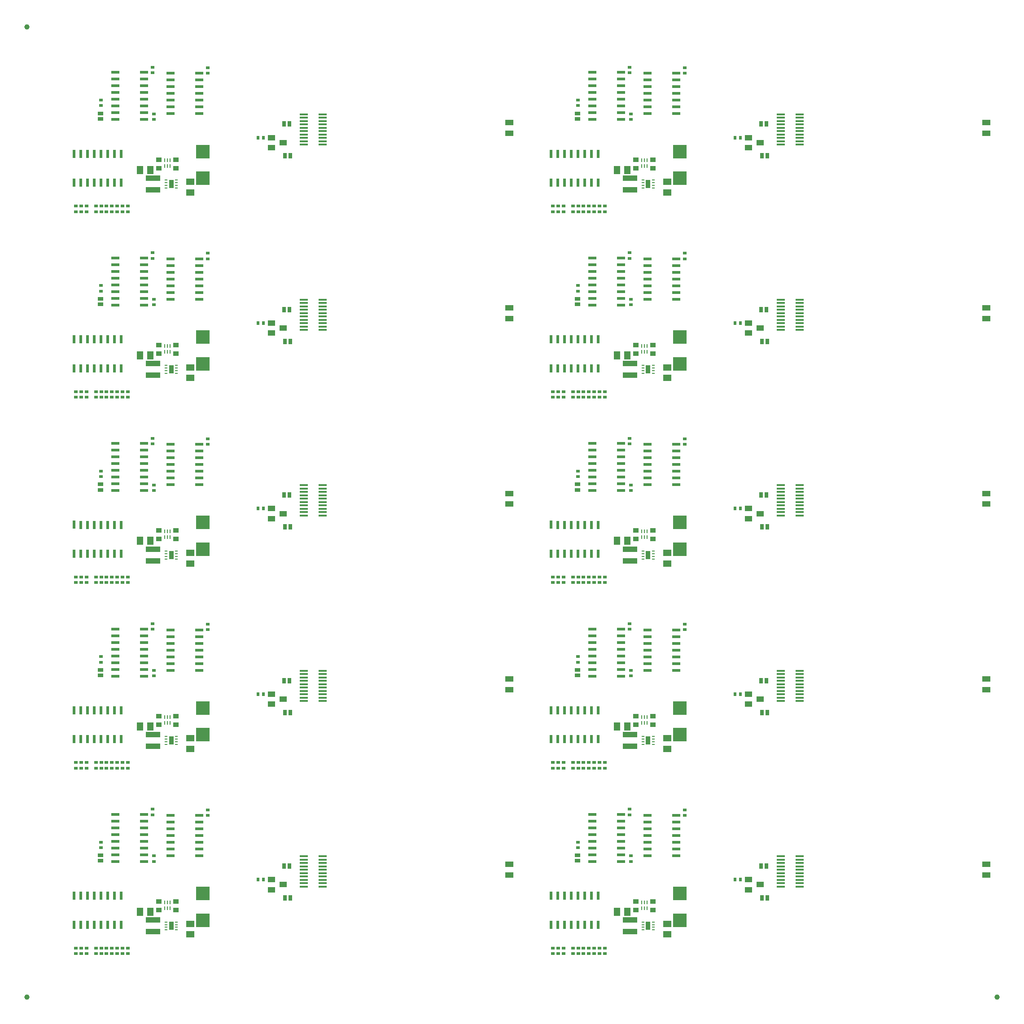
<source format=gbr>
*
%FSLAX26Y26*%
%MOIN*%
%ADD10R,0.062990X0.015750*%
%ADD11R,0.061020X0.023620*%
%ADD12R,0.019690X0.009840*%
%ADD13R,0.035430X0.062990*%
%ADD14R,0.023620X0.061020*%
%ADD15R,0.055120X0.039370*%
%ADD16R,0.028000X0.024000*%
%ADD17R,0.039370X0.031500*%
%ADD18R,0.024000X0.028000*%
%ADD19R,0.106300X0.039370*%
%ADD20R,0.051180X0.062990*%
%ADD21R,0.062990X0.051180*%
%ADD22R,0.098430X0.100390*%
%ADD23R,0.011020X0.029530*%
%ADD24R,0.039370X0.035430*%
%ADD25R,0.031500X0.039370*%
%ADD26R,0.059060X0.039370*%
%ADD27C,0.039370*%
%IPPOS*%
%LNpastetop.gbr*%
%LPD*%
G75*
G54D10*
X02251971Y01017421D03*
X02393701D03*
X02251971Y01042421D03*
X02393701D03*
X02251971Y01067421D03*
X02393701D03*
X02251971Y01092421D03*
X02393701D03*
X02251971Y01117421D03*
X02393701D03*
X02251971Y01142421D03*
X02393701D03*
X02251971Y01167421D03*
X02393701D03*
X02251971Y01192421D03*
X02393701D03*
X02251971Y01217421D03*
X02393701D03*
X02251971Y01242421D03*
X02393701D03*
G54D11*
X00851441Y01552951D03*
Y01502951D03*
Y01452951D03*
Y01402951D03*
Y01352951D03*
Y01302951D03*
Y01252951D03*
Y01202951D03*
X01065891D03*
Y01252951D03*
Y01302951D03*
Y01352951D03*
Y01402951D03*
Y01452951D03*
Y01502951D03*
X01066931Y01552951D03*
X01263781Y01546251D03*
Y01496251D03*
Y01446251D03*
Y01396251D03*
Y01346251D03*
Y01296251D03*
Y01246251D03*
X01476381D03*
Y01296251D03*
Y01346251D03*
Y01396251D03*
Y01446251D03*
Y01496251D03*
Y01546251D03*
G54D12*
X01305121Y00753931D03*
Y00734251D03*
X01230321Y00753931D03*
Y00694881D03*
X01305121D03*
X01230321Y00714561D03*
X01305121D03*
X01230321Y00734251D03*
G54D13*
X01267721Y00724401D03*
G54D14*
X00545481Y00733331D03*
X00595481D03*
X00645481D03*
X00695481D03*
X00745481D03*
X00795481D03*
X00845481D03*
X00895481D03*
Y00947771D03*
X00845481D03*
X00795481D03*
X00745481D03*
X00695481D03*
X00645481D03*
X00595481D03*
X00545481Y00948811D03*
G54D15*
X02098431Y01031491D03*
X02011811Y00994091D03*
Y01068891D03*
G54D16*
X00745081Y01347241D03*
Y01306291D03*
X01137801Y01203931D03*
Y01244881D03*
X00637801Y00559841D03*
Y00518891D03*
X00559061Y00559841D03*
Y00518891D03*
X00598431Y00559841D03*
Y00518891D03*
X00905521Y00559841D03*
Y00518891D03*
X00748041Y00559841D03*
Y00518891D03*
X00826781Y00559841D03*
Y00518891D03*
X00866151Y00559841D03*
Y00518891D03*
X01129931Y01550391D03*
Y01591331D03*
X01539371Y01546451D03*
Y01587401D03*
X00944891Y00559841D03*
Y00518891D03*
X00787411Y00559841D03*
Y00518891D03*
X00708671Y00559841D03*
Y00518891D03*
G54D17*
X00744101Y01207721D03*
Y01248971D03*
G54D18*
X01953551Y01068891D03*
X01912601D03*
G54D19*
X01133861Y00767711D03*
Y00681101D03*
G54D20*
X01114181Y00828741D03*
X01035441D03*
G54D21*
X01409451Y00740151D03*
Y00661411D03*
G54D22*
X01503941Y00766731D03*
Y00965551D03*
G54D23*
X01240161Y00899601D03*
X01259851D03*
X01220481D03*
X01240161Y00856291D03*
X01259851D03*
X01220481D03*
G54D24*
X01303151Y00842511D03*
Y00905511D03*
X01177171Y00842511D03*
Y00905511D03*
G54D25*
X02111271Y00933071D03*
X02152521D03*
X02146611Y01169291D03*
X02105361D03*
G54D26*
X03779531Y01181101D03*
Y01102361D03*
G54D10*
X02251971Y02395374D03*
X02393701D03*
X02251971Y02420374D03*
X02393701D03*
X02251971Y02445374D03*
X02393701D03*
X02251971Y02470374D03*
X02393701D03*
X02251971Y02495374D03*
X02393701D03*
X02251971Y02520374D03*
X02393701D03*
X02251971Y02545374D03*
X02393701D03*
X02251971Y02570374D03*
X02393701D03*
X02251971Y02595374D03*
X02393701D03*
X02251971Y02620374D03*
X02393701D03*
G54D11*
X00851441Y02930904D03*
Y02880904D03*
Y02830904D03*
Y02780904D03*
Y02730904D03*
Y02680904D03*
Y02630904D03*
Y02580904D03*
X01065891D03*
Y02630904D03*
Y02680904D03*
Y02730904D03*
Y02780904D03*
Y02830904D03*
Y02880904D03*
X01066931Y02930904D03*
X01263781Y02924204D03*
Y02874204D03*
Y02824204D03*
Y02774204D03*
Y02724204D03*
Y02674204D03*
Y02624204D03*
X01476381D03*
Y02674204D03*
Y02724204D03*
Y02774204D03*
Y02824204D03*
Y02874204D03*
Y02924204D03*
G54D12*
X01305121Y02131884D03*
Y02112204D03*
X01230321Y02131884D03*
Y02072834D03*
X01305121D03*
X01230321Y02092514D03*
X01305121D03*
X01230321Y02112204D03*
G54D13*
X01267721Y02102354D03*
G54D14*
X00545481Y02111284D03*
X00595481D03*
X00645481D03*
X00695481D03*
X00745481D03*
X00795481D03*
X00845481D03*
X00895481D03*
Y02325724D03*
X00845481D03*
X00795481D03*
X00745481D03*
X00695481D03*
X00645481D03*
X00595481D03*
X00545481Y02326764D03*
G54D15*
X02098431Y02409444D03*
X02011811Y02372044D03*
Y02446844D03*
G54D16*
X00745081Y02725194D03*
Y02684244D03*
X01137801Y02581884D03*
Y02622834D03*
X00637801Y01937794D03*
Y01896844D03*
X00559061Y01937794D03*
Y01896844D03*
X00598431Y01937794D03*
Y01896844D03*
X00905521Y01937794D03*
Y01896844D03*
X00748041Y01937794D03*
Y01896844D03*
X00826781Y01937794D03*
Y01896844D03*
X00866151Y01937794D03*
Y01896844D03*
X01129931Y02928344D03*
Y02969284D03*
X01539371Y02924404D03*
Y02965354D03*
X00944891Y01937794D03*
Y01896844D03*
X00787411Y01937794D03*
Y01896844D03*
X00708671Y01937794D03*
Y01896844D03*
G54D17*
X00744101Y02585674D03*
Y02626924D03*
G54D18*
X01953551Y02446844D03*
X01912601D03*
G54D19*
X01133861Y02145664D03*
Y02059054D03*
G54D20*
X01114181Y02206694D03*
X01035441D03*
G54D21*
X01409451Y02118104D03*
Y02039364D03*
G54D22*
X01503941Y02144684D03*
Y02343504D03*
G54D23*
X01240161Y02277554D03*
X01259851D03*
X01220481D03*
X01240161Y02234244D03*
X01259851D03*
X01220481D03*
G54D24*
X01303151Y02220464D03*
Y02283464D03*
X01177171Y02220464D03*
Y02283464D03*
G54D25*
X02111271Y02311024D03*
X02152521D03*
X02146611Y02547244D03*
X02105361D03*
G54D26*
X03779531Y02559054D03*
Y02480314D03*
G54D10*
X02251971Y03773326D03*
X02393701D03*
X02251971Y03798326D03*
X02393701D03*
X02251971Y03823326D03*
X02393701D03*
X02251971Y03848326D03*
X02393701D03*
X02251971Y03873326D03*
X02393701D03*
X02251971Y03898326D03*
X02393701D03*
X02251971Y03923326D03*
X02393701D03*
X02251971Y03948326D03*
X02393701D03*
X02251971Y03973326D03*
X02393701D03*
X02251971Y03998326D03*
X02393701D03*
G54D11*
X00851441Y04308856D03*
Y04258856D03*
Y04208856D03*
Y04158856D03*
Y04108856D03*
Y04058856D03*
Y04008856D03*
Y03958856D03*
X01065891D03*
Y04008856D03*
Y04058856D03*
Y04108856D03*
Y04158856D03*
Y04208856D03*
Y04258856D03*
X01066931Y04308856D03*
X01263781Y04302156D03*
Y04252156D03*
Y04202156D03*
Y04152156D03*
Y04102156D03*
Y04052156D03*
Y04002156D03*
X01476381D03*
Y04052156D03*
Y04102156D03*
Y04152156D03*
Y04202156D03*
Y04252156D03*
Y04302156D03*
G54D12*
X01305121Y03509836D03*
Y03490156D03*
X01230321Y03509836D03*
Y03450786D03*
X01305121D03*
X01230321Y03470466D03*
X01305121D03*
X01230321Y03490156D03*
G54D13*
X01267721Y03480306D03*
G54D14*
X00545481Y03489236D03*
X00595481D03*
X00645481D03*
X00695481D03*
X00745481D03*
X00795481D03*
X00845481D03*
X00895481D03*
Y03703676D03*
X00845481D03*
X00795481D03*
X00745481D03*
X00695481D03*
X00645481D03*
X00595481D03*
X00545481Y03704716D03*
G54D15*
X02098431Y03787396D03*
X02011811Y03749996D03*
Y03824796D03*
G54D16*
X00745081Y04103146D03*
Y04062196D03*
X01137801Y03959836D03*
Y04000786D03*
X00637801Y03315746D03*
Y03274796D03*
X00559061Y03315746D03*
Y03274796D03*
X00598431Y03315746D03*
Y03274796D03*
X00905521Y03315746D03*
Y03274796D03*
X00748041Y03315746D03*
Y03274796D03*
X00826781Y03315746D03*
Y03274796D03*
X00866151Y03315746D03*
Y03274796D03*
X01129931Y04306296D03*
Y04347236D03*
X01539371Y04302356D03*
Y04343306D03*
X00944891Y03315746D03*
Y03274796D03*
X00787411Y03315746D03*
Y03274796D03*
X00708671Y03315746D03*
Y03274796D03*
G54D17*
X00744101Y03963626D03*
Y04004876D03*
G54D18*
X01953551Y03824796D03*
X01912601D03*
G54D19*
X01133861Y03523616D03*
Y03437006D03*
G54D20*
X01114181Y03584646D03*
X01035441D03*
G54D21*
X01409451Y03496056D03*
Y03417316D03*
G54D22*
X01503941Y03522636D03*
Y03721456D03*
G54D23*
X01240161Y03655506D03*
X01259851D03*
X01220481D03*
X01240161Y03612196D03*
X01259851D03*
X01220481D03*
G54D24*
X01303151Y03598416D03*
Y03661416D03*
X01177171Y03598416D03*
Y03661416D03*
G54D25*
X02111271Y03688976D03*
X02152521D03*
X02146611Y03925196D03*
X02105361D03*
G54D26*
X03779531Y03937006D03*
Y03858266D03*
G54D10*
X02251971Y05151279D03*
X02393701D03*
X02251971Y05176279D03*
X02393701D03*
X02251971Y05201279D03*
X02393701D03*
X02251971Y05226279D03*
X02393701D03*
X02251971Y05251279D03*
X02393701D03*
X02251971Y05276279D03*
X02393701D03*
X02251971Y05301279D03*
X02393701D03*
X02251971Y05326279D03*
X02393701D03*
X02251971Y05351279D03*
X02393701D03*
X02251971Y05376279D03*
X02393701D03*
G54D11*
X00851441Y05686809D03*
Y05636809D03*
Y05586809D03*
Y05536809D03*
Y05486809D03*
Y05436809D03*
Y05386809D03*
Y05336809D03*
X01065891D03*
Y05386809D03*
Y05436809D03*
Y05486809D03*
Y05536809D03*
Y05586809D03*
Y05636809D03*
X01066931Y05686809D03*
X01263781Y05680109D03*
Y05630109D03*
Y05580109D03*
Y05530109D03*
Y05480109D03*
Y05430109D03*
Y05380109D03*
X01476381D03*
Y05430109D03*
Y05480109D03*
Y05530109D03*
Y05580109D03*
Y05630109D03*
Y05680109D03*
G54D12*
X01305121Y04887789D03*
Y04868109D03*
X01230321Y04887789D03*
Y04828739D03*
X01305121D03*
X01230321Y04848419D03*
X01305121D03*
X01230321Y04868109D03*
G54D13*
X01267721Y04858259D03*
G54D14*
X00545481Y04867189D03*
X00595481D03*
X00645481D03*
X00695481D03*
X00745481D03*
X00795481D03*
X00845481D03*
X00895481D03*
Y05081629D03*
X00845481D03*
X00795481D03*
X00745481D03*
X00695481D03*
X00645481D03*
X00595481D03*
X00545481Y05082669D03*
G54D15*
X02098431Y05165349D03*
X02011811Y05127949D03*
Y05202749D03*
G54D16*
X00745081Y05481099D03*
Y05440149D03*
X01137801Y05337789D03*
Y05378739D03*
X00637801Y04693699D03*
Y04652749D03*
X00559061Y04693699D03*
Y04652749D03*
X00598431Y04693699D03*
Y04652749D03*
X00905521Y04693699D03*
Y04652749D03*
X00748041Y04693699D03*
Y04652749D03*
X00826781Y04693699D03*
Y04652749D03*
X00866151Y04693699D03*
Y04652749D03*
X01129931Y05684249D03*
Y05725189D03*
X01539371Y05680309D03*
Y05721259D03*
X00944891Y04693699D03*
Y04652749D03*
X00787411Y04693699D03*
Y04652749D03*
X00708671Y04693699D03*
Y04652749D03*
G54D17*
X00744101Y05341579D03*
Y05382829D03*
G54D18*
X01953551Y05202749D03*
X01912601D03*
G54D19*
X01133861Y04901569D03*
Y04814959D03*
G54D20*
X01114181Y04962599D03*
X01035441D03*
G54D21*
X01409451Y04874009D03*
Y04795269D03*
G54D22*
X01503941Y04900589D03*
Y05099409D03*
G54D23*
X01240161Y05033459D03*
X01259851D03*
X01220481D03*
X01240161Y04990149D03*
X01259851D03*
X01220481D03*
G54D24*
X01303151Y04976369D03*
Y05039369D03*
X01177171Y04976369D03*
Y05039369D03*
G54D25*
X02111271Y05066929D03*
X02152521D03*
X02146611Y05303149D03*
X02105361D03*
G54D26*
X03779531Y05314959D03*
Y05236219D03*
G54D10*
X02251971Y06529232D03*
X02393701D03*
X02251971Y06554232D03*
X02393701D03*
X02251971Y06579232D03*
X02393701D03*
X02251971Y06604232D03*
X02393701D03*
X02251971Y06629232D03*
X02393701D03*
X02251971Y06654232D03*
X02393701D03*
X02251971Y06679232D03*
X02393701D03*
X02251971Y06704232D03*
X02393701D03*
X02251971Y06729232D03*
X02393701D03*
X02251971Y06754232D03*
X02393701D03*
G54D11*
X00851441Y07064762D03*
Y07014762D03*
Y06964762D03*
Y06914762D03*
Y06864762D03*
Y06814762D03*
Y06764762D03*
Y06714762D03*
X01065891D03*
Y06764762D03*
Y06814762D03*
Y06864762D03*
Y06914762D03*
Y06964762D03*
Y07014762D03*
X01066931Y07064762D03*
X01263781Y07058062D03*
Y07008062D03*
Y06958062D03*
Y06908062D03*
Y06858062D03*
Y06808062D03*
Y06758062D03*
X01476381D03*
Y06808062D03*
Y06858062D03*
Y06908062D03*
Y06958062D03*
Y07008062D03*
Y07058062D03*
G54D12*
X01305121Y06265742D03*
Y06246062D03*
X01230321Y06265742D03*
Y06206692D03*
X01305121D03*
X01230321Y06226372D03*
X01305121D03*
X01230321Y06246062D03*
G54D13*
X01267721Y06236212D03*
G54D14*
X00545481Y06245142D03*
X00595481D03*
X00645481D03*
X00695481D03*
X00745481D03*
X00795481D03*
X00845481D03*
X00895481D03*
Y06459582D03*
X00845481D03*
X00795481D03*
X00745481D03*
X00695481D03*
X00645481D03*
X00595481D03*
X00545481Y06460622D03*
G54D15*
X02098431Y06543302D03*
X02011811Y06505902D03*
Y06580702D03*
G54D16*
X00745081Y06859052D03*
Y06818102D03*
X01137801Y06715742D03*
Y06756692D03*
X00637801Y06071652D03*
Y06030702D03*
X00559061Y06071652D03*
Y06030702D03*
X00598431Y06071652D03*
Y06030702D03*
X00905521Y06071652D03*
Y06030702D03*
X00748041Y06071652D03*
Y06030702D03*
X00826781Y06071652D03*
Y06030702D03*
X00866151Y06071652D03*
Y06030702D03*
X01129931Y07062202D03*
Y07103142D03*
X01539371Y07058262D03*
Y07099212D03*
X00944891Y06071652D03*
Y06030702D03*
X00787411Y06071652D03*
Y06030702D03*
X00708671Y06071652D03*
Y06030702D03*
G54D17*
X00744101Y06719532D03*
Y06760782D03*
G54D18*
X01953551Y06580702D03*
X01912601D03*
G54D19*
X01133861Y06279522D03*
Y06192912D03*
G54D20*
X01114181Y06340552D03*
X01035441D03*
G54D21*
X01409451Y06251962D03*
Y06173222D03*
G54D22*
X01503941Y06278542D03*
Y06477362D03*
G54D23*
X01240161Y06411412D03*
X01259851D03*
X01220481D03*
X01240161Y06368102D03*
X01259851D03*
X01220481D03*
G54D24*
X01303151Y06354322D03*
Y06417322D03*
X01177171Y06354322D03*
Y06417322D03*
G54D25*
X02111271Y06444882D03*
X02152521D03*
X02146611Y06681102D03*
X02105361D03*
G54D26*
X03779531Y06692912D03*
Y06614172D03*
G54D10*
X05795278Y01017421D03*
X05937008D03*
X05795278Y01042421D03*
X05937008D03*
X05795278Y01067421D03*
X05937008D03*
X05795278Y01092421D03*
X05937008D03*
X05795278Y01117421D03*
X05937008D03*
X05795278Y01142421D03*
X05937008D03*
X05795278Y01167421D03*
X05937008D03*
X05795278Y01192421D03*
X05937008D03*
X05795278Y01217421D03*
X05937008D03*
X05795278Y01242421D03*
X05937008D03*
G54D11*
X04394748Y01552951D03*
Y01502951D03*
Y01452951D03*
Y01402951D03*
Y01352951D03*
Y01302951D03*
Y01252951D03*
Y01202951D03*
X04609198D03*
Y01252951D03*
Y01302951D03*
Y01352951D03*
Y01402951D03*
Y01452951D03*
Y01502951D03*
X04610238Y01552951D03*
X04807088Y01546251D03*
Y01496251D03*
Y01446251D03*
Y01396251D03*
Y01346251D03*
Y01296251D03*
Y01246251D03*
X05019688D03*
Y01296251D03*
Y01346251D03*
Y01396251D03*
Y01446251D03*
Y01496251D03*
Y01546251D03*
G54D12*
X04848428Y00753931D03*
Y00734251D03*
X04773628Y00753931D03*
Y00694881D03*
X04848428D03*
X04773628Y00714561D03*
X04848428D03*
X04773628Y00734251D03*
G54D13*
X04811028Y00724401D03*
G54D14*
X04088788Y00733331D03*
X04138788D03*
X04188788D03*
X04238788D03*
X04288788D03*
X04338788D03*
X04388788D03*
X04438788D03*
Y00947771D03*
X04388788D03*
X04338788D03*
X04288788D03*
X04238788D03*
X04188788D03*
X04138788D03*
X04088788Y00948811D03*
G54D15*
X05641738Y01031491D03*
X05555118Y00994091D03*
Y01068891D03*
G54D16*
X04288388Y01347241D03*
Y01306291D03*
X04681108Y01203931D03*
Y01244881D03*
X04181108Y00559841D03*
Y00518891D03*
X04102368Y00559841D03*
Y00518891D03*
X04141738Y00559841D03*
Y00518891D03*
X04448828Y00559841D03*
Y00518891D03*
X04291348Y00559841D03*
Y00518891D03*
X04370088Y00559841D03*
Y00518891D03*
X04409458Y00559841D03*
Y00518891D03*
X04673238Y01550391D03*
Y01591331D03*
X05082678Y01546451D03*
Y01587401D03*
X04488198Y00559841D03*
Y00518891D03*
X04330718Y00559841D03*
Y00518891D03*
X04251978Y00559841D03*
Y00518891D03*
G54D17*
X04287408Y01207721D03*
Y01248971D03*
G54D18*
X05496858Y01068891D03*
X05455908D03*
G54D19*
X04677168Y00767711D03*
Y00681101D03*
G54D20*
X04657488Y00828741D03*
X04578748D03*
G54D21*
X04952758Y00740151D03*
Y00661411D03*
G54D22*
X05047248Y00766731D03*
Y00965551D03*
G54D23*
X04783468Y00899601D03*
X04803158D03*
X04763788D03*
X04783468Y00856291D03*
X04803158D03*
X04763788D03*
G54D24*
X04846458Y00842511D03*
Y00905511D03*
X04720478Y00842511D03*
Y00905511D03*
G54D25*
X05654578Y00933071D03*
X05695828D03*
X05689918Y01169291D03*
X05648668D03*
G54D26*
X07322838Y01181101D03*
Y01102361D03*
G54D10*
X05795278Y02395374D03*
X05937008D03*
X05795278Y02420374D03*
X05937008D03*
X05795278Y02445374D03*
X05937008D03*
X05795278Y02470374D03*
X05937008D03*
X05795278Y02495374D03*
X05937008D03*
X05795278Y02520374D03*
X05937008D03*
X05795278Y02545374D03*
X05937008D03*
X05795278Y02570374D03*
X05937008D03*
X05795278Y02595374D03*
X05937008D03*
X05795278Y02620374D03*
X05937008D03*
G54D11*
X04394748Y02930904D03*
Y02880904D03*
Y02830904D03*
Y02780904D03*
Y02730904D03*
Y02680904D03*
Y02630904D03*
Y02580904D03*
X04609198D03*
Y02630904D03*
Y02680904D03*
Y02730904D03*
Y02780904D03*
Y02830904D03*
Y02880904D03*
X04610238Y02930904D03*
X04807088Y02924204D03*
Y02874204D03*
Y02824204D03*
Y02774204D03*
Y02724204D03*
Y02674204D03*
Y02624204D03*
X05019688D03*
Y02674204D03*
Y02724204D03*
Y02774204D03*
Y02824204D03*
Y02874204D03*
Y02924204D03*
G54D12*
X04848428Y02131884D03*
Y02112204D03*
X04773628Y02131884D03*
Y02072834D03*
X04848428D03*
X04773628Y02092514D03*
X04848428D03*
X04773628Y02112204D03*
G54D13*
X04811028Y02102354D03*
G54D14*
X04088788Y02111284D03*
X04138788D03*
X04188788D03*
X04238788D03*
X04288788D03*
X04338788D03*
X04388788D03*
X04438788D03*
Y02325724D03*
X04388788D03*
X04338788D03*
X04288788D03*
X04238788D03*
X04188788D03*
X04138788D03*
X04088788Y02326764D03*
G54D15*
X05641738Y02409444D03*
X05555118Y02372044D03*
Y02446844D03*
G54D16*
X04288388Y02725194D03*
Y02684244D03*
X04681108Y02581884D03*
Y02622834D03*
X04181108Y01937794D03*
Y01896844D03*
X04102368Y01937794D03*
Y01896844D03*
X04141738Y01937794D03*
Y01896844D03*
X04448828Y01937794D03*
Y01896844D03*
X04291348Y01937794D03*
Y01896844D03*
X04370088Y01937794D03*
Y01896844D03*
X04409458Y01937794D03*
Y01896844D03*
X04673238Y02928344D03*
Y02969284D03*
X05082678Y02924404D03*
Y02965354D03*
X04488198Y01937794D03*
Y01896844D03*
X04330718Y01937794D03*
Y01896844D03*
X04251978Y01937794D03*
Y01896844D03*
G54D17*
X04287408Y02585674D03*
Y02626924D03*
G54D18*
X05496858Y02446844D03*
X05455908D03*
G54D19*
X04677168Y02145664D03*
Y02059054D03*
G54D20*
X04657488Y02206694D03*
X04578748D03*
G54D21*
X04952758Y02118104D03*
Y02039364D03*
G54D22*
X05047248Y02144684D03*
Y02343504D03*
G54D23*
X04783468Y02277554D03*
X04803158D03*
X04763788D03*
X04783468Y02234244D03*
X04803158D03*
X04763788D03*
G54D24*
X04846458Y02220464D03*
Y02283464D03*
X04720478Y02220464D03*
Y02283464D03*
G54D25*
X05654578Y02311024D03*
X05695828D03*
X05689918Y02547244D03*
X05648668D03*
G54D26*
X07322838Y02559054D03*
Y02480314D03*
G54D10*
X05795278Y03773326D03*
X05937008D03*
X05795278Y03798326D03*
X05937008D03*
X05795278Y03823326D03*
X05937008D03*
X05795278Y03848326D03*
X05937008D03*
X05795278Y03873326D03*
X05937008D03*
X05795278Y03898326D03*
X05937008D03*
X05795278Y03923326D03*
X05937008D03*
X05795278Y03948326D03*
X05937008D03*
X05795278Y03973326D03*
X05937008D03*
X05795278Y03998326D03*
X05937008D03*
G54D11*
X04394748Y04308856D03*
Y04258856D03*
Y04208856D03*
Y04158856D03*
Y04108856D03*
Y04058856D03*
Y04008856D03*
Y03958856D03*
X04609198D03*
Y04008856D03*
Y04058856D03*
Y04108856D03*
Y04158856D03*
Y04208856D03*
Y04258856D03*
X04610238Y04308856D03*
X04807088Y04302156D03*
Y04252156D03*
Y04202156D03*
Y04152156D03*
Y04102156D03*
Y04052156D03*
Y04002156D03*
X05019688D03*
Y04052156D03*
Y04102156D03*
Y04152156D03*
Y04202156D03*
Y04252156D03*
Y04302156D03*
G54D12*
X04848428Y03509836D03*
Y03490156D03*
X04773628Y03509836D03*
Y03450786D03*
X04848428D03*
X04773628Y03470466D03*
X04848428D03*
X04773628Y03490156D03*
G54D13*
X04811028Y03480306D03*
G54D14*
X04088788Y03489236D03*
X04138788D03*
X04188788D03*
X04238788D03*
X04288788D03*
X04338788D03*
X04388788D03*
X04438788D03*
Y03703676D03*
X04388788D03*
X04338788D03*
X04288788D03*
X04238788D03*
X04188788D03*
X04138788D03*
X04088788Y03704716D03*
G54D15*
X05641738Y03787396D03*
X05555118Y03749996D03*
Y03824796D03*
G54D16*
X04288388Y04103146D03*
Y04062196D03*
X04681108Y03959836D03*
Y04000786D03*
X04181108Y03315746D03*
Y03274796D03*
X04102368Y03315746D03*
Y03274796D03*
X04141738Y03315746D03*
Y03274796D03*
X04448828Y03315746D03*
Y03274796D03*
X04291348Y03315746D03*
Y03274796D03*
X04370088Y03315746D03*
Y03274796D03*
X04409458Y03315746D03*
Y03274796D03*
X04673238Y04306296D03*
Y04347236D03*
X05082678Y04302356D03*
Y04343306D03*
X04488198Y03315746D03*
Y03274796D03*
X04330718Y03315746D03*
Y03274796D03*
X04251978Y03315746D03*
Y03274796D03*
G54D17*
X04287408Y03963626D03*
Y04004876D03*
G54D18*
X05496858Y03824796D03*
X05455908D03*
G54D19*
X04677168Y03523616D03*
Y03437006D03*
G54D20*
X04657488Y03584646D03*
X04578748D03*
G54D21*
X04952758Y03496056D03*
Y03417316D03*
G54D22*
X05047248Y03522636D03*
Y03721456D03*
G54D23*
X04783468Y03655506D03*
X04803158D03*
X04763788D03*
X04783468Y03612196D03*
X04803158D03*
X04763788D03*
G54D24*
X04846458Y03598416D03*
Y03661416D03*
X04720478Y03598416D03*
Y03661416D03*
G54D25*
X05654578Y03688976D03*
X05695828D03*
X05689918Y03925196D03*
X05648668D03*
G54D26*
X07322838Y03937006D03*
Y03858266D03*
G54D10*
X05795278Y05151279D03*
X05937008D03*
X05795278Y05176279D03*
X05937008D03*
X05795278Y05201279D03*
X05937008D03*
X05795278Y05226279D03*
X05937008D03*
X05795278Y05251279D03*
X05937008D03*
X05795278Y05276279D03*
X05937008D03*
X05795278Y05301279D03*
X05937008D03*
X05795278Y05326279D03*
X05937008D03*
X05795278Y05351279D03*
X05937008D03*
X05795278Y05376279D03*
X05937008D03*
G54D11*
X04394748Y05686809D03*
Y05636809D03*
Y05586809D03*
Y05536809D03*
Y05486809D03*
Y05436809D03*
Y05386809D03*
Y05336809D03*
X04609198D03*
Y05386809D03*
Y05436809D03*
Y05486809D03*
Y05536809D03*
Y05586809D03*
Y05636809D03*
X04610238Y05686809D03*
X04807088Y05680109D03*
Y05630109D03*
Y05580109D03*
Y05530109D03*
Y05480109D03*
Y05430109D03*
Y05380109D03*
X05019688D03*
Y05430109D03*
Y05480109D03*
Y05530109D03*
Y05580109D03*
Y05630109D03*
Y05680109D03*
G54D12*
X04848428Y04887789D03*
Y04868109D03*
X04773628Y04887789D03*
Y04828739D03*
X04848428D03*
X04773628Y04848419D03*
X04848428D03*
X04773628Y04868109D03*
G54D13*
X04811028Y04858259D03*
G54D14*
X04088788Y04867189D03*
X04138788D03*
X04188788D03*
X04238788D03*
X04288788D03*
X04338788D03*
X04388788D03*
X04438788D03*
Y05081629D03*
X04388788D03*
X04338788D03*
X04288788D03*
X04238788D03*
X04188788D03*
X04138788D03*
X04088788Y05082669D03*
G54D15*
X05641738Y05165349D03*
X05555118Y05127949D03*
Y05202749D03*
G54D16*
X04288388Y05481099D03*
Y05440149D03*
X04681108Y05337789D03*
Y05378739D03*
X04181108Y04693699D03*
Y04652749D03*
X04102368Y04693699D03*
Y04652749D03*
X04141738Y04693699D03*
Y04652749D03*
X04448828Y04693699D03*
Y04652749D03*
X04291348Y04693699D03*
Y04652749D03*
X04370088Y04693699D03*
Y04652749D03*
X04409458Y04693699D03*
Y04652749D03*
X04673238Y05684249D03*
Y05725189D03*
X05082678Y05680309D03*
Y05721259D03*
X04488198Y04693699D03*
Y04652749D03*
X04330718Y04693699D03*
Y04652749D03*
X04251978Y04693699D03*
Y04652749D03*
G54D17*
X04287408Y05341579D03*
Y05382829D03*
G54D18*
X05496858Y05202749D03*
X05455908D03*
G54D19*
X04677168Y04901569D03*
Y04814959D03*
G54D20*
X04657488Y04962599D03*
X04578748D03*
G54D21*
X04952758Y04874009D03*
Y04795269D03*
G54D22*
X05047248Y04900589D03*
Y05099409D03*
G54D23*
X04783468Y05033459D03*
X04803158D03*
X04763788D03*
X04783468Y04990149D03*
X04803158D03*
X04763788D03*
G54D24*
X04846458Y04976369D03*
Y05039369D03*
X04720478Y04976369D03*
Y05039369D03*
G54D25*
X05654578Y05066929D03*
X05695828D03*
X05689918Y05303149D03*
X05648668D03*
G54D26*
X07322838Y05314959D03*
Y05236219D03*
G54D10*
X05795278Y06529232D03*
X05937008D03*
X05795278Y06554232D03*
X05937008D03*
X05795278Y06579232D03*
X05937008D03*
X05795278Y06604232D03*
X05937008D03*
X05795278Y06629232D03*
X05937008D03*
X05795278Y06654232D03*
X05937008D03*
X05795278Y06679232D03*
X05937008D03*
X05795278Y06704232D03*
X05937008D03*
X05795278Y06729232D03*
X05937008D03*
X05795278Y06754232D03*
X05937008D03*
G54D11*
X04394748Y07064762D03*
Y07014762D03*
Y06964762D03*
Y06914762D03*
Y06864762D03*
Y06814762D03*
Y06764762D03*
Y06714762D03*
X04609198D03*
Y06764762D03*
Y06814762D03*
Y06864762D03*
Y06914762D03*
Y06964762D03*
Y07014762D03*
X04610238Y07064762D03*
X04807088Y07058062D03*
Y07008062D03*
Y06958062D03*
Y06908062D03*
Y06858062D03*
Y06808062D03*
Y06758062D03*
X05019688D03*
Y06808062D03*
Y06858062D03*
Y06908062D03*
Y06958062D03*
Y07008062D03*
Y07058062D03*
G54D12*
X04848428Y06265742D03*
Y06246062D03*
X04773628Y06265742D03*
Y06206692D03*
X04848428D03*
X04773628Y06226372D03*
X04848428D03*
X04773628Y06246062D03*
G54D13*
X04811028Y06236212D03*
G54D14*
X04088788Y06245142D03*
X04138788D03*
X04188788D03*
X04238788D03*
X04288788D03*
X04338788D03*
X04388788D03*
X04438788D03*
Y06459582D03*
X04388788D03*
X04338788D03*
X04288788D03*
X04238788D03*
X04188788D03*
X04138788D03*
X04088788Y06460622D03*
G54D15*
X05641738Y06543302D03*
X05555118Y06505902D03*
Y06580702D03*
G54D16*
X04288388Y06859052D03*
Y06818102D03*
X04681108Y06715742D03*
Y06756692D03*
X04181108Y06071652D03*
Y06030702D03*
X04102368Y06071652D03*
Y06030702D03*
X04141738Y06071652D03*
Y06030702D03*
X04448828Y06071652D03*
Y06030702D03*
X04291348Y06071652D03*
Y06030702D03*
X04370088Y06071652D03*
Y06030702D03*
X04409458Y06071652D03*
Y06030702D03*
X04673238Y07062202D03*
Y07103142D03*
X05082678Y07058262D03*
Y07099212D03*
X04488198Y06071652D03*
Y06030702D03*
X04330718Y06071652D03*
Y06030702D03*
X04251978Y06071652D03*
Y06030702D03*
G54D17*
X04287408Y06719532D03*
Y06760782D03*
G54D18*
X05496858Y06580702D03*
X05455908D03*
G54D19*
X04677168Y06279522D03*
Y06192912D03*
G54D20*
X04657488Y06340552D03*
X04578748D03*
G54D21*
X04952758Y06251962D03*
Y06173222D03*
G54D22*
X05047248Y06278542D03*
Y06477362D03*
G54D23*
X04783468Y06411412D03*
X04803158D03*
X04763788D03*
X04783468Y06368102D03*
X04803158D03*
X04763788D03*
G54D24*
X04846458Y06354322D03*
Y06417322D03*
X04720478Y06354322D03*
Y06417322D03*
G54D25*
X05654578Y06444882D03*
X05695828D03*
X05689918Y06681102D03*
X05648668D03*
G54D26*
X07322838Y06692912D03*
Y06614172D03*
G54D27*
X00196850Y00196850D03*
Y07401572D03*
X07401578Y00196850D03*
M02*

</source>
